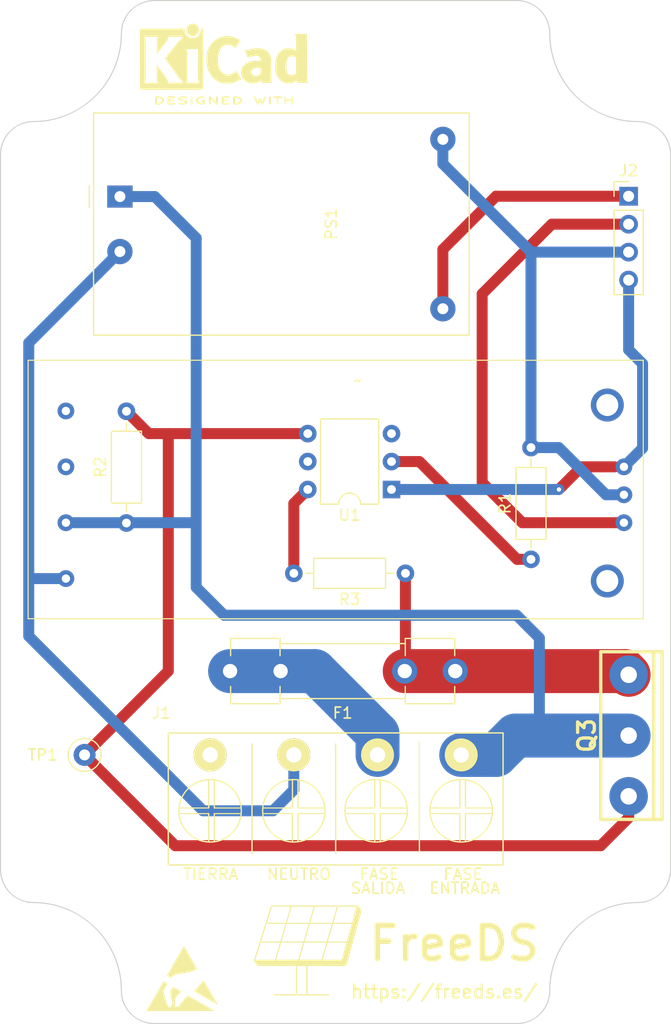
<source format=kicad_pcb>
(kicad_pcb (version 20221018) (generator pcbnew)
  (layers (0 "F.Cu" signal) (31 "B.Cu" signal) (34 "B.Paste" user) (35 "F.Paste" user) (36 "B.SilkS" user "B.Silkscreen") (37 "F.SilkS" user "F.Silkscreen") (38 "B.Mask" user) (39 "F.Mask" user) (44 "Edge.Cuts" user))
  (net 0 "")
  (net 1 "/Lout")
  (net 2 "/N")
  (net 3 "/Lin")
  (net 4 "/GND")
  (net 5 "/+5V")
  (net 6 "Net-(Q3-G)")
  (net 7 "/PWM")
  (net 10 "/3V3")
  (net 11 "Earth")
  (net 12 "/A2_FUSE")
  (net 13 "Net-(R1-Pad1)")
  (net 14 "Net-(R3-Pad2)")
  (footprint "TestPoint:TestPoint_Loop_D2.50mm_Drill1.0mm" (layer "F.Cu") (at 134.62 119.38)
    (fp_text reference "TP1" (at -3.81 0) (layer "F.SilkS"))
    (fp_text value "TestPoint_Probe" hide)
    (pad "1" thru_hole circle (at 0 0) (size 2 2) (drill 1) (layers "*.Cu" "*.Mask") (net 6 "Net-(Q3-G)"))
  )
  (footprint "Symbol:ESD-Logo_6.6x6mm_SilkScreen" (layer "F.Cu") (at 143.51 139.7)
    (fp_text reference "REF**" hide)
    (fp_text value "ESD-Logo_6.6x6mm_SilkScreen" hide)
  )
  (footprint "MountingHole:MountingHole_3.2mm_M3" (layer "F.Cu") (at 142.97 133.8)
    (fp_text reference "H6")
    (fp_text value "MountingHole")
    (pad "" np_thru_hole circle (at 0 0) (size 3.2 3.2) (drill 3.2) (layers "*.Cu" "*.Mask"))
  )
  (footprint "Package_DIP:DIP-6_W7.62mm" (layer "F.Cu") (at 162.56 95.25 180)
    (fp_text reference "U1" (at 3.81 -2.33 180) (layer "F.SilkS"))
    (fp_text value "MOC3041M")
    (pad "1" thru_hole rect (at 0 0 180) (size 1.6 1.6) (drill 0.8) (layers "*.Cu" "*.Mask") (net 7 "/PWM"))
    (pad "2" thru_hole oval (at 0 2.54 180) (size 1.6 1.6) (drill 0.8) (layers "*.Cu" "*.Mask") (net 13 "Net-(R1-Pad1)"))
    (pad "3" thru_hole oval (at 0 5.08 180) (size 1.6 1.6) (drill 0.8) (layers "*.Cu" "*.Mask"))
    (pad "4" thru_hole oval (at 7.62 5.08 180) (size 1.6 1.6) (drill 0.8) (layers "*.Cu" "*.Mask") (net 6 "Net-(Q3-G)"))
    (pad "5" thru_hole oval (at 7.62 2.54 180) (size 1.6 1.6) (drill 0.8) (layers "*.Cu" "*.Mask"))
    (pad "6" thru_hole oval (at 7.62 0 180) (size 1.6 1.6) (drill 0.8) (layers "*.Cu" "*.Mask") (net 14 "Net-(R3-Pad2)"))
  )
  (footprint "Connector_PinHeader_2.54mm:PinHeader_1x04_P2.54mm_Vertical" (layer "F.Cu") (at 184.15 68.59)
    (fp_text reference "J2" (at 0 -2.33) (layer "F.SilkS"))
    (fp_text value "Conn_01x04" hide)
    (pad "1" thru_hole rect (at 0 0) (size 1.7 1.7) (drill 1) (layers "*.Cu" "*.Mask") (net 5 "/+5V"))
    (pad "2" thru_hole oval (at 0 2.54) (size 1.7 1.7) (drill 1) (layers "*.Cu" "*.Mask") (net 10 "/3V3"))
    (pad "3" thru_hole oval (at 0 5.08) (size 1.7 1.7) (drill 1) (layers "*.Cu" "*.Mask") (net 4 "/GND"))
    (pad "4" thru_hole oval (at 0 7.62) (size 1.7 1.7) (drill 1) (layers "*.Cu" "*.Mask") (net 7 "/PWM"))
  )
  (footprint "Converter_ACDC:Converter_ACDC_HiLink_HLK-PMxx" (layer "F.Cu") (at 137.8375 68.62)
    (fp_text reference "PS1" (at 19.24 2.5 90) (layer "F.SilkS"))
    (fp_text value "HLK-PM01")
    (pad "1" thru_hole rect (at 0 0) (size 2.3 2) (drill 1) (layers "*.Cu" "*.Mask") (net 3 "/Lin"))
    (pad "2" thru_hole circle (at 0 5) (size 2.3 2.3) (drill 1) (layers "*.Cu" "*.Mask") (net 2 "/N"))
    (pad "3" thru_hole circle (at 29.4 -5.2) (size 2.3 2.3) (drill 1) (layers "*.Cu" "*.Mask") (net 4 "/GND"))
    (pad "4" thru_hole circle (at 29.4 10.2) (size 2.3 2.3) (drill 1) (layers "*.Cu" "*.Mask") (net 5 "/+5V"))
  )
  (footprint "Resistor_THT:R_Axial_DIN0207_L6.3mm_D2.5mm_P10.16mm_Horizontal" (layer "F.Cu") (at 175.26 101.6 90)
    (fp_text reference "R1" (at 5.08 -2.37 90) (layer "F.SilkS"))
    (fp_text value "180R")
    (pad "1" thru_hole circle (at 0 0 90) (size 1.6 1.6) (drill 0.8) (layers "*.Cu" "*.Mask") (net 13 "Net-(R1-Pad1)"))
    (pad "2" thru_hole oval (at 10.16 0 90) (size 1.6 1.6) (drill 0.8) (layers "*.Cu" "*.Mask") (net 4 "/GND"))
  )
  (footprint "Connector_Phoenix_MC:KF7.62_4P" (layer "F.Cu") (at 161.29 119.38 180)
    (fp_text reference "J1" (at 19.685 3.81 unlocked) (layer "F.SilkS"))
    (fp_text value "Screw_Terminal_01x04")
    (pad "1" thru_hole circle (at -7.62 0 180) (size 3 3) (drill 1.4) (layers "*.Cu" "*.Mask" "F.SilkS") (net 3 "/Lin"))
    (pad "2" thru_hole circle (at 0 0 180) (size 3 3) (drill 1.4) (layers "*.Cu" "*.Mask" "F.SilkS") (net 1 "/Lout"))
    (pad "3" thru_hole circle (at 7.62 0 180) (size 3 3) (drill 1.4) (layers "*.Cu" "*.Mask" "F.SilkS") (net 2 "/N"))
    (pad "4" thru_hole circle (at 15.24 0 180) (size 3 3) (drill 1.4) (layers "*.Cu" "*.Mask" "F.SilkS") (net 11 "Earth"))
  )
  (footprint "Symbol:KiCad-Logo2_6mm_SilkScreen" (layer "F.Cu") (at 147.32 55.88)
    (fp_text reference "REF**" hide)
    (fp_text value "KiCad-Logo2_6mm_SilkScreen" hide)
  )
  (footprint "Resistor_THT:R_Axial_DIN0207_L6.3mm_D2.5mm_P10.16mm_Horizontal" (layer "F.Cu") (at 138.43 98.298 90)
    (fp_text reference "R2" (at 5.08 -2.37 90) (layer "F.SilkS"))
    (fp_text value "330R")
    (pad "1" thru_hole circle (at 0 0 90) (size 1.6 1.6) (drill 0.8) (layers "*.Cu" "*.Mask") (net 3 "/Lin"))
    (pad "2" thru_hole oval (at 10.16 0 90) (size 1.6 1.6) (drill 0.8) (layers "*.Cu" "*.Mask") (net 6 "Net-(Q3-G)"))
  )
  (footprint "Resistor_THT:R_Axial_DIN0207_L6.3mm_D2.5mm_P10.16mm_Horizontal" (layer "F.Cu") (at 163.83 102.87 180)
    (fp_text reference "R3" (at 5.08 -2.37) (layer "F.SilkS"))
    (fp_text value "360R")
    (pad "1" thru_hole circle (at 0 0 180) (size 1.6 1.6) (drill 0.8) (layers "*.Cu" "*.Mask") (net 12 "/A2_FUSE"))
    (pad "2" thru_hole oval (at 10.16 0 180) (size 1.6 1.6) (drill 0.8) (layers "*.Cu" "*.Mask") (net 14 "Net-(R3-Pad2)"))
  )
  (footprint "Symbol:FreeDS" (layer "F.Cu") (at 154.94 137.16)
    (fp_text reference "FreeDS" (at 13.335 -0.635) (layer "F.SilkS") (effects (font (size 3 3) (thickness 0.5) bold)))
    (fp_text value "LOGO" hide)
  )
  (footprint "Fuse:Fuseholder_Clip-5x20mm_Littelfuse_100_Inline_P20.50x4.60mm_D1.30mm_Horizontal" (layer "F.Cu") (at 147.865 111.76)
    (fp_text reference "F1" (at 10.25 3.81) (layer "F.SilkS"))
    (fp_text value "Fuse")
    (pad "1" thru_hole roundrect (at 0 0) (size 2.3 2.3) (drill 1.3) (layers "*.Cu" "*.Mask") (net 1 "/Lout"))
    (pad "1" thru_hole roundrect (at 4.6 0) (size 2.3 2.3) (drill 1.3) (layers "*.Cu" "*.Mask") (net 1 "/Lout"))
    (pad "2" thru_hole circle (at 15.9 0) (size 2.3 2.3) (drill 1.3) (layers "*.Cu" "*.Mask") (net 12 "/A2_FUSE"))
    (pad "2" thru_hole circle (at 20.5 0) (size 2.3 2.3) (drill 1.3) (layers "*.Cu" "*.Mask") (net 12 "/A2_FUSE"))
  )
  (footprint "Package_TO_SOT_THT:TOP3_Vertical" (layer "F.Cu") (at 184.15 117.62 -90)
    (fp_text reference "Q3" (at 0 3.81 90) (layer "F.SilkS") (effects (font (size 1.524 1.524) (thickness 0.3048))))
    (fp_text value "BTA26-600BW" hide)
    (pad "1" thru_hole circle (at -5.5245 0 270) (size 3.50012 3.50012) (drill 1.50114) (layers "*.Cu" "*.Mask") (net 12 "/A2_FUSE"))
    (pad "2" thru_hole circle (at 0 0 270) (size 3.50012 3.50012) (drill 1.50114) (layers "*.Cu" "*.Mask") (net 3 "/Lin"))
    (pad "3" thru_hole circle (at 5.5245 0 270) (size 3.50012 3.50012) (drill 1.50114) (layers "*.Cu" "*.Mask") (net 6 "Net-(Q3-G)"))
  )
  (footprint "Module:YYAC-3S PWM TRIAC" (layer "F.Cu") (at 154.94 95.57 180)
    (fp_text reference "U5" hide)
    (fp_text value "~" (at -4.572 10.226 unlocked) (layer "F.SilkS"))
    (pad "" np_thru_hole circle (at -27.27 -8 180) (size 3 3) (drill 2) (layers "*.Cu" "*.Mask"))
    (pad "" np_thru_hole circle (at -27.27 8 180) (size 3 3) (drill 2) (layers "*.Cu" "*.Mask"))
    (pad "1" thru_hole circle (at -28.78 -2.7 180) (size 1.524 1.524) (drill 0.762) (layers "*.Cu" "*.Mask") (net 10 "/3V3"))
    (pad "2" thru_hole circle (at -28.78 -0.16 180) (size 1.524 1.524) (drill 0.762) (layers "*.Cu" "*.Mask") (net 4 "/GND"))
    (pad "3" thru_hole circle (at -28.78 2.38 180) (size 1.524 1.524) (drill 0.762) (layers "*.Cu" "*.Mask") (net 7 "/PWM"))
    (pad "4" thru_hole circle (at 22.02 7.46 180) (size 1.524 1.524) (drill 0.762) (layers "*.Cu" "*.Mask"))
    (pad "5" thru_hole circle (at 22.02 2.38 180) (size 1.524 1.524) (drill 0.762) (layers "*.Cu" "*.Mask"))
    (pad "6" thru_hole circle (at 22.02 -2.7 180) (size 1.524 1.524) (drill 0.762) (layers "*.Cu" "*.Mask") (net 3 "/Lin"))
    (pad "7" thru_hole circle (at 22.02 -7.78 180) (size 1.524 1.524) (drill 0.762) (layers "*.Cu" "*.Mask") (net 2 "/N"))
  )
  (footprint "MountingHole:MountingHole_3.2mm_M3" (layer "F.Cu") (at 171.45 57.785)
    (fp_text reference "H1")
    (fp_text value "MountingHole")
    (pad "" np_thru_hole circle (at 0 0) (size 3.2 3.2) (drill 3.2) (layers "*.Cu" "*.Mask"))
  )
  (gr_line (start 126.97 129.8) (end 126.97 64.8) (stroke (width 0.1)) (layer "Edge.Cuts"))
  (gr_arc (start 173.97 50.8) (mid 176.09132 51.67868) (end 176.97 53.8) (stroke (width 0.1)) (layer "Edge.Cuts"))
  (gr_arc (start 187.97 129.8) (mid 187.09132 131.92132) (end 184.97 132.8) (stroke (width 0.1)) (layer "Edge.Cuts"))
  (gr_arc (start 140.97 143.8) (mid 138.84868 142.92132) (end 137.97 140.8) (stroke (width 0.1)) (layer "Edge.Cuts"))
  (gr_line (start 187.97 129.8) (end 187.97 64.8) (stroke (width 0.1)) (layer "Edge.Cuts"))
  (gr_arc (start 184.97 61.8) (mid 187.09132 62.67868) (end 187.97 64.8) (stroke (width 0.1)) (layer "Edge.Cuts"))
  (gr_arc (start 137.97 53.8) (mid 135.626854 59.456854) (end 129.97 61.8) (stroke (width 0.1)) (layer "Edge.Cuts"))
  (gr_arc (start 129.97 132.8) (mid 127.84868 131.92132) (end 126.97 129.8) (stroke (width 0.1)) (layer "Edge.Cuts"))
  (gr_arc (start 176.97 140.8) (mid 176.09132 142.92132) (end 173.97 143.8) (stroke (width 0.1)) (layer "Edge.Cuts"))
  (gr_arc (start 126.97 64.8) (mid 127.84868 62.67868) (end 129.97 61.8) (stroke (width 0.1)) (layer "Edge.Cuts"))
  (gr_arc (start 129.97 132.8) (mid 135.626854 135.143146) (end 137.97 140.8) (stroke (width 0.1)) (layer "Edge.Cuts"))
  (gr_line (start 140.97 143.8) (end 173.97 143.8) (stroke (width 0.1)) (layer "Edge.Cuts"))
  (gr_arc (start 137.97 53.8) (mid 138.84868 51.67868) (end 140.97 50.8) (stroke (width 0.1)) (layer "Edge.Cuts"))
  (gr_arc (start 176.97 140.8) (mid 179.313146 135.143146) (end 184.97 132.8) (stroke (width 0.1)) (layer "Edge.Cuts"))
  (gr_arc (start 184.97 61.8) (mid 179.313146 59.456854) (end 176.97 53.8) (stroke (width 0.1)) (layer "Edge.Cuts"))
  (gr_line (start 173.97 50.8) (end 140.97 50.8) (stroke (width 0.1)) (layer "Edge.Cuts"))
  (gr_text "SALIDA" (at 158.75 132.08) (layer "F.SilkS") (effects (font (size 1 1)) (justify left bottom)))
  (gr_text "NEUTRO\n" (at 151.13 130.81) (layer "F.SilkS") (effects (font (size 1 1)) (justify left bottom)))
  (gr_text "FASE" (at 167.19 130.81) (layer "F.SilkS") (effects (font (size 1 1)) (justify left bottom)))
  (gr_text "https://freeds.es/" (at 158.75 141.605) (layer "F.SilkS") (effects (font (size 1.2 1.2) (thickness 0.2) bold) (justify left bottom)))
  (gr_text "TIERRA" (at 143.51 130.81) (layer "F.SilkS") (effects (font (size 1 1)) (justify left bottom)))
  (gr_text "ENTRADA" (at 165.92 132.08) (layer "F.SilkS") (effects (font (size 1 1)) (justify left bottom)))
  (gr_text "FASE\n" (at 159.57 130.81) (layer "F.SilkS") (effects (font (size 1 1)) (justify left bottom)))
  (segment (start 161.29 119.38) (end 161.29 117.475) (width 4) (layer "B.Cu") (net 1))
  (segment (start 155.575 111.76) (end 152.465 111.76) (width 4) (layer "B.Cu") (net 1))
  (segment (start 152.465 111.76) (end 147.865 111.76) (width 4) (layer "B.Cu") (net 1))
  (segment (start 161.29 117.475) (end 155.575 111.76) (width 4) (layer "B.Cu") (net 1))
  (segment (start 129.54 103.505) (end 129.54 81.9175) (width 1) (layer "B.Cu") (net 2))
  (segment (start 153.67 119.38) (end 153.67 122.555) (width 1) (layer "B.Cu") (net 2))
  (segment (start 153.67 122.555) (end 151.765 124.46) (width 1) (layer "B.Cu") (net 2))
  (segment (start 129.695 103.35) (end 129.54 103.505) (width 1) (layer "B.Cu") (net 2))
  (segment (start 129.54 108.585) (end 129.54 103.505) (width 1) (layer "B.Cu") (net 2))
  (segment (start 145.415 124.46) (end 129.54 108.585) (width 1) (layer "B.Cu") (net 2))
  (segment (start 151.765 124.46) (end 145.415 124.46) (width 1) (layer "B.Cu") (net 2))
  (segment (start 129.54 81.9175) (end 137.8375 73.62) (width 1) (layer "B.Cu") (net 2))
  (segment (start 132.92 103.35) (end 129.695 103.35) (width 1) (layer "B.Cu") (net 2))
  (segment (start 132.92 98.27) (end 138.43 98.27) (width 1) (layer "B.Cu") (net 3))
  (segment (start 173.954 106.68) (end 147.32 106.68) (width 1) (layer "B.Cu") (net 3))
  (segment (start 172.085 119.38) (end 168.91 119.38) (width 4) (layer "B.Cu") (net 3))
  (segment (start 173.845 117.62) (end 172.085 119.38) (width 4) (layer "B.Cu") (net 3))
  (segment (start 144.78 104.14) (end 144.78 72.39) (width 1) (layer "B.Cu") (net 3))
  (segment (start 144.78 72.39) (end 141.01 68.62) (width 1) (layer "B.Cu") (net 3))
  (segment (start 184.15 117.62) (end 173.845 117.62) (width 4) (layer "B.Cu") (net 3))
  (segment (start 138.43 98.298) (end 138.43 98.27) (width 0.25) (layer "B.Cu") (net 3))
  (segment (start 176.022 117.62) (end 176.022 108.748) (width 1) (layer "B.Cu") (net 3))
  (segment (start 147.32 106.68) (end 144.78 104.14) (width 1) (layer "B.Cu") (net 3))
  (segment (start 141.01 68.62) (end 137.8375 68.62) (width 1) (layer "B.Cu") (net 3))
  (segment (start 184.15 117.62) (end 176.022 117.62) (width 1) (layer "B.Cu") (net 3))
  (segment (start 138.43 98.27) (end 144.625 98.27) (width 1) (layer "B.Cu") (net 3))
  (segment (start 176.022 108.748) (end 173.954 106.68) (width 1) (layer "B.Cu") (net 3))
  (segment (start 175.26 91.44) (end 175.26 73.67) (width 1) (layer "B.Cu") (net 4))
  (segment (start 184.15 73.67) (end 175.27 73.67) (width 1) (layer "B.Cu") (net 4))
  (segment (start 183.72 95.73) (end 182.09 95.73) (width 1) (layer "B.Cu") (net 4))
  (segment (start 177.8 91.44) (end 175.26 91.44) (width 1) (layer "B.Cu") (net 4))
  (segment (start 167.2375 65.6375) (end 167.2375 63.42) (width 1) (layer "B.Cu") (net 4))
  (segment (start 175.27 73.67) (end 167.2375 65.6375) (width 1) (layer "B.Cu") (net 4))
  (segment (start 182.09 95.73) (end 177.8 91.44) (width 1) (layer "B.Cu") (net 4))
  (segment (start 167.2375 73.4275) (end 172.085 68.58) (width 1) (layer "F.Cu") (net 5))
  (segment (start 172.085 68.58) (end 172.095 68.59) (width 1) (layer "F.Cu") (net 5))
  (segment (start 172.095 68.59) (end 184.15 68.59) (width 1) (layer "F.Cu") (net 5))
  (segment (start 167.2375 78.82) (end 167.2375 73.4275) (width 1) (layer "F.Cu") (net 5))
  (segment (start 142.875 127.635) (end 181.61 127.635) (width 1) (layer "F.Cu") (net 6))
  (segment (start 134.62 119.38) (end 142.24 111.76) (width 1) (layer "F.Cu") (net 6))
  (segment (start 184.15 125.095) (end 184.15 123.1445) (width 1) (layer "F.Cu") (net 6))
  (segment (start 142.24 111.76) (end 142.24 90.17) (width 1) (layer "F.Cu") (net 6))
  (segment (start 142.24 90.17) (end 154.94 90.17) (width 1) (layer "F.Cu") (net 6))
  (segment (start 140.462 90.17) (end 138.43 88.138) (width 1) (layer "F.Cu") (net 6))
  (segment (start 134.62 119.38) (end 142.875 127.635) (width 1) (layer "F.Cu") (net 6))
  (segment (start 142.24 90.17) (end 140.462 90.17) (width 1) (layer "F.Cu") (net 6))
  (segment (start 181.61 127.635) (end 184.15 125.095) (width 1) (layer "F.Cu") (net 6))
  (segment (start 179.86 93.19) (end 182.88 93.19) (width 1) (layer "F.Cu") (net 7))
  (segment (start 177.8 95.25) (end 179.86 93.19) (width 1) (layer "F.Cu") (net 7))
  (via (at 177.8 95.25) (size 0.8) (drill 0.4) (layers "F.Cu" "B.Cu") (net 7))
  (segment (start 185.42 91.49) (end 183.72 93.19) (width 1) (layer "B.Cu") (net 7))
  (segment (start 162.56 95.25) (end 177.8 95.25) (width 1) (layer "B.Cu") (net 7))
  (segment (start 185.42 83.82) (end 185.42 91.49) (width 1) (layer "B.Cu") (net 7))
  (segment (start 184.15 76.21) (end 184.15 82.55) (width 1) (layer "B.Cu") (net 7))
  (segment (start 184.15 82.55) (end 185.42 83.82) (width 1) (layer "B.Cu") (net 7))
  (segment (start 184.15 71.13) (end 177.155 71.13) (width 1) (layer "F.Cu") (net 10))
  (segment (start 174.47 98.27) (end 183.72 98.27) (width 1) (layer "F.Cu") (net 10))
  (segment (start 177.155 71.13) (end 170.815 77.47) (width 1) (layer "F.Cu") (net 10))
  (segment (start 170.815 77.47) (end 170.815 94.615) (width 1) (layer "F.Cu") (net 10))
  (segment (start 170.815 94.615) (end 174.47 98.27) (width 1) (layer "F.Cu") (net 10))
  (segment (start 163.83 111.695) (end 163.765 111.76) (width 1) (layer "F.Cu") (net 12))
  (segment (start 163.83 102.87) (end 163.83 111.695) (width 1) (layer "F.Cu") (net 12))
  (segment (start 168.365 111.76) (end 163.765 111.76) (width 4) (layer "F.Cu") (net 12))
  (segment (start 183.8145 111.76) (end 184.15 112.0955) (width 4) (layer "F.Cu") (net 12))
  (segment (start 168.365 111.76) (end 183.8145 111.76) (width 4) (layer "F.Cu") (net 12))
  (segment (start 173.99 101.6) (end 165.1 92.71) (width 1) (layer "F.Cu") (net 13))
  (segment (start 165.1 92.71) (end 162.56 92.71) (width 1) (layer "F.Cu") (net 13))
  (segment (start 175.26 101.6) (end 173.99 101.6) (width 1) (layer "F.Cu") (net 13))
  (segment (start 153.67 96.52) (end 154.94 95.25) (width 1) (layer "F.Cu") (net 14))
  (segment (start 153.67 102.87) (end 153.67 96.52) (width 1) (layer "F.Cu") (net 14))
)
</source>
